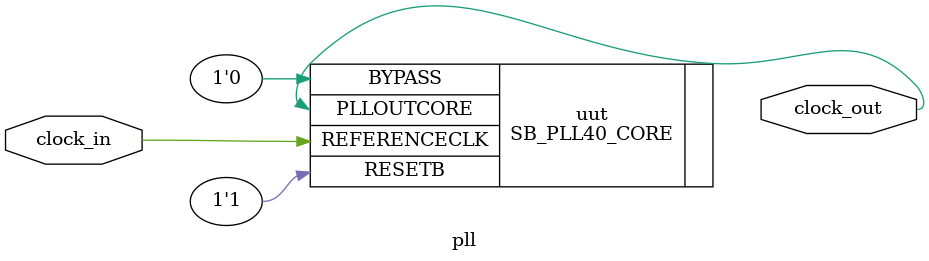
<source format=v>
module pll(     
  input  clock_in,
  output clock_out
);

  SB_PLL40_CORE #(.FEEDBACK_PATH("SIMPLE"),
                  .PLLOUT_SELECT("GENCLK"),
                  .DIVR(4'b0000),
                  .DIVF(7'b0111011), 
                  .DIVQ(3'b011),
                  .FILTER_RANGE(3'b001),
                 ) uut (
                         .REFERENCECLK(clock_in),
                         .PLLOUTCORE(clock_out),
                         .RESETB(1'b1),
                         .BYPASS(1'b0)
                        );

endmodule

</source>
